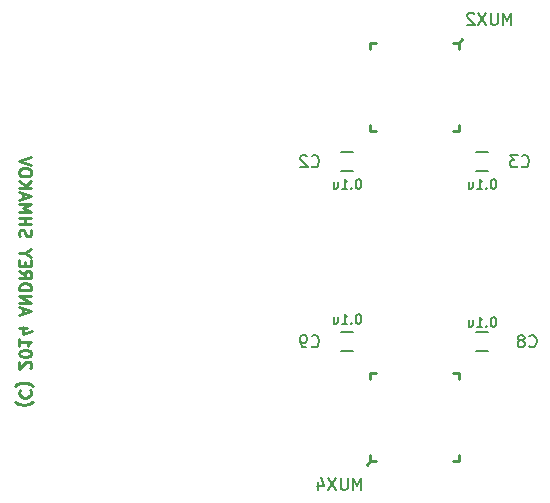
<source format=gbo>
G04 (created by PCBNEW (2013-mar-13)-testing) date Mon 31 Mar 2014 04:14:24 PM PDT*
%MOIN*%
G04 Gerber Fmt 3.4, Leading zero omitted, Abs format*
%FSLAX34Y34*%
G01*
G70*
G90*
G04 APERTURE LIST*
%ADD10C,0.001000*%
%ADD11C,0.010000*%
%ADD12C,0.005906*%
%ADD13C,0.009843*%
%ADD14C,0.008000*%
G04 APERTURE END LIST*
G54D10*
G54D11*
X71916Y-52990D02*
X71935Y-53009D01*
X71992Y-53047D01*
X72030Y-53066D01*
X72088Y-53085D01*
X72183Y-53104D01*
X72259Y-53104D01*
X72354Y-53085D01*
X72411Y-53066D01*
X72450Y-53047D01*
X72507Y-53009D01*
X72526Y-52990D01*
X72107Y-52609D02*
X72088Y-52628D01*
X72069Y-52685D01*
X72069Y-52723D01*
X72088Y-52780D01*
X72126Y-52819D01*
X72164Y-52838D01*
X72240Y-52857D01*
X72297Y-52857D01*
X72373Y-52838D01*
X72411Y-52819D01*
X72450Y-52780D01*
X72469Y-52723D01*
X72469Y-52685D01*
X72450Y-52628D01*
X72430Y-52609D01*
X71916Y-52476D02*
X71935Y-52457D01*
X71992Y-52419D01*
X72030Y-52399D01*
X72088Y-52380D01*
X72183Y-52361D01*
X72259Y-52361D01*
X72354Y-52380D01*
X72411Y-52399D01*
X72450Y-52419D01*
X72507Y-52457D01*
X72526Y-52476D01*
X72430Y-51885D02*
X72450Y-51866D01*
X72469Y-51828D01*
X72469Y-51733D01*
X72450Y-51695D01*
X72430Y-51676D01*
X72392Y-51657D01*
X72354Y-51657D01*
X72297Y-51676D01*
X72069Y-51904D01*
X72069Y-51657D01*
X72469Y-51409D02*
X72469Y-51371D01*
X72450Y-51333D01*
X72430Y-51314D01*
X72392Y-51295D01*
X72316Y-51276D01*
X72221Y-51276D01*
X72145Y-51295D01*
X72107Y-51314D01*
X72088Y-51333D01*
X72069Y-51371D01*
X72069Y-51409D01*
X72088Y-51447D01*
X72107Y-51466D01*
X72145Y-51485D01*
X72221Y-51504D01*
X72316Y-51504D01*
X72392Y-51485D01*
X72430Y-51466D01*
X72450Y-51447D01*
X72469Y-51409D01*
X72069Y-50895D02*
X72069Y-51123D01*
X72069Y-51009D02*
X72469Y-51009D01*
X72411Y-51047D01*
X72373Y-51085D01*
X72354Y-51123D01*
X72335Y-50552D02*
X72069Y-50552D01*
X72488Y-50647D02*
X72202Y-50742D01*
X72202Y-50495D01*
X72183Y-50057D02*
X72183Y-49866D01*
X72069Y-50095D02*
X72469Y-49961D01*
X72069Y-49828D01*
X72069Y-49695D02*
X72469Y-49695D01*
X72069Y-49466D01*
X72469Y-49466D01*
X72069Y-49276D02*
X72469Y-49276D01*
X72469Y-49180D01*
X72450Y-49123D01*
X72411Y-49085D01*
X72373Y-49066D01*
X72297Y-49047D01*
X72240Y-49047D01*
X72164Y-49066D01*
X72126Y-49085D01*
X72088Y-49123D01*
X72069Y-49180D01*
X72069Y-49276D01*
X72069Y-48647D02*
X72259Y-48780D01*
X72069Y-48876D02*
X72469Y-48876D01*
X72469Y-48723D01*
X72450Y-48685D01*
X72430Y-48666D01*
X72392Y-48647D01*
X72335Y-48647D01*
X72297Y-48666D01*
X72278Y-48685D01*
X72259Y-48723D01*
X72259Y-48876D01*
X72278Y-48476D02*
X72278Y-48342D01*
X72069Y-48285D02*
X72069Y-48476D01*
X72469Y-48476D01*
X72469Y-48285D01*
X72259Y-48038D02*
X72069Y-48038D01*
X72469Y-48171D02*
X72259Y-48038D01*
X72469Y-47904D01*
X72088Y-47485D02*
X72069Y-47428D01*
X72069Y-47333D01*
X72088Y-47295D01*
X72107Y-47276D01*
X72145Y-47257D01*
X72183Y-47257D01*
X72221Y-47276D01*
X72240Y-47295D01*
X72259Y-47333D01*
X72278Y-47409D01*
X72297Y-47447D01*
X72316Y-47466D01*
X72354Y-47485D01*
X72392Y-47485D01*
X72430Y-47466D01*
X72450Y-47447D01*
X72469Y-47409D01*
X72469Y-47314D01*
X72450Y-47257D01*
X72069Y-47085D02*
X72469Y-47085D01*
X72278Y-47085D02*
X72278Y-46857D01*
X72069Y-46857D02*
X72469Y-46857D01*
X72069Y-46666D02*
X72469Y-46666D01*
X72183Y-46533D01*
X72469Y-46400D01*
X72069Y-46400D01*
X72183Y-46228D02*
X72183Y-46038D01*
X72069Y-46266D02*
X72469Y-46133D01*
X72069Y-46000D01*
X72069Y-45866D02*
X72469Y-45866D01*
X72069Y-45638D02*
X72297Y-45809D01*
X72469Y-45638D02*
X72240Y-45866D01*
X72469Y-45390D02*
X72469Y-45314D01*
X72450Y-45276D01*
X72411Y-45238D01*
X72335Y-45219D01*
X72202Y-45219D01*
X72126Y-45238D01*
X72088Y-45276D01*
X72069Y-45314D01*
X72069Y-45390D01*
X72088Y-45428D01*
X72126Y-45466D01*
X72202Y-45485D01*
X72335Y-45485D01*
X72411Y-45466D01*
X72450Y-45428D01*
X72469Y-45390D01*
X72469Y-45104D02*
X72069Y-44971D01*
X72469Y-44838D01*
G54D12*
X83196Y-51314D02*
X82803Y-51314D01*
X83196Y-50685D02*
X82803Y-50685D01*
X87303Y-50685D02*
X87696Y-50685D01*
X87303Y-51314D02*
X87696Y-51314D01*
X87303Y-44685D02*
X87696Y-44685D01*
X87303Y-45314D02*
X87696Y-45314D01*
X83196Y-45314D02*
X82803Y-45314D01*
X83196Y-44685D02*
X82803Y-44685D01*
G54D13*
X83970Y-52023D02*
X83773Y-52023D01*
X83773Y-52023D02*
X83773Y-52220D01*
X86529Y-52023D02*
X86726Y-52023D01*
X86726Y-52023D02*
X86726Y-52220D01*
X83773Y-54976D02*
X83655Y-55094D01*
X83970Y-54976D02*
X83773Y-54976D01*
X83773Y-54976D02*
X83773Y-54779D01*
X86529Y-54976D02*
X86726Y-54976D01*
X86726Y-54976D02*
X86726Y-54779D01*
X86529Y-43976D02*
X86726Y-43976D01*
X86726Y-43976D02*
X86726Y-43779D01*
X83970Y-43976D02*
X83773Y-43976D01*
X83773Y-43976D02*
X83773Y-43779D01*
X86726Y-41023D02*
X86844Y-40905D01*
X86529Y-41023D02*
X86726Y-41023D01*
X86726Y-41023D02*
X86726Y-41220D01*
X83970Y-41023D02*
X83773Y-41023D01*
X83773Y-41023D02*
X83773Y-41220D01*
G54D12*
X81816Y-51142D02*
X81835Y-51161D01*
X81892Y-51180D01*
X81930Y-51180D01*
X81988Y-51161D01*
X82026Y-51123D01*
X82045Y-51085D01*
X82064Y-51009D01*
X82064Y-50952D01*
X82045Y-50876D01*
X82026Y-50838D01*
X81988Y-50800D01*
X81930Y-50780D01*
X81892Y-50780D01*
X81835Y-50800D01*
X81816Y-50819D01*
X81626Y-51180D02*
X81549Y-51180D01*
X81511Y-51161D01*
X81492Y-51142D01*
X81454Y-51085D01*
X81435Y-51009D01*
X81435Y-50857D01*
X81454Y-50819D01*
X81473Y-50800D01*
X81511Y-50780D01*
X81588Y-50780D01*
X81626Y-50800D01*
X81645Y-50819D01*
X81664Y-50857D01*
X81664Y-50952D01*
X81645Y-50990D01*
X81626Y-51009D01*
X81588Y-51028D01*
X81511Y-51028D01*
X81473Y-51009D01*
X81454Y-50990D01*
X81435Y-50952D01*
X83388Y-50074D02*
X83358Y-50074D01*
X83327Y-50090D01*
X83312Y-50105D01*
X83297Y-50135D01*
X83281Y-50196D01*
X83281Y-50272D01*
X83297Y-50333D01*
X83312Y-50364D01*
X83327Y-50379D01*
X83358Y-50394D01*
X83388Y-50394D01*
X83419Y-50379D01*
X83434Y-50364D01*
X83449Y-50333D01*
X83464Y-50272D01*
X83464Y-50196D01*
X83449Y-50135D01*
X83434Y-50105D01*
X83419Y-50090D01*
X83388Y-50074D01*
X83144Y-50364D02*
X83129Y-50379D01*
X83144Y-50394D01*
X83160Y-50379D01*
X83144Y-50364D01*
X83144Y-50394D01*
X82824Y-50394D02*
X83007Y-50394D01*
X82916Y-50394D02*
X82916Y-50074D01*
X82946Y-50120D01*
X82977Y-50150D01*
X83007Y-50166D01*
X82550Y-50181D02*
X82550Y-50394D01*
X82687Y-50181D02*
X82687Y-50349D01*
X82672Y-50379D01*
X82641Y-50394D01*
X82596Y-50394D01*
X82565Y-50379D01*
X82550Y-50364D01*
X89066Y-51142D02*
X89085Y-51161D01*
X89142Y-51180D01*
X89180Y-51180D01*
X89238Y-51161D01*
X89276Y-51123D01*
X89295Y-51085D01*
X89314Y-51009D01*
X89314Y-50952D01*
X89295Y-50876D01*
X89276Y-50838D01*
X89238Y-50800D01*
X89180Y-50780D01*
X89142Y-50780D01*
X89085Y-50800D01*
X89066Y-50819D01*
X88838Y-50952D02*
X88876Y-50933D01*
X88895Y-50914D01*
X88914Y-50876D01*
X88914Y-50857D01*
X88895Y-50819D01*
X88876Y-50800D01*
X88838Y-50780D01*
X88761Y-50780D01*
X88723Y-50800D01*
X88704Y-50819D01*
X88685Y-50857D01*
X88685Y-50876D01*
X88704Y-50914D01*
X88723Y-50933D01*
X88761Y-50952D01*
X88838Y-50952D01*
X88876Y-50971D01*
X88895Y-50990D01*
X88914Y-51028D01*
X88914Y-51104D01*
X88895Y-51142D01*
X88876Y-51161D01*
X88838Y-51180D01*
X88761Y-51180D01*
X88723Y-51161D01*
X88704Y-51142D01*
X88685Y-51104D01*
X88685Y-51028D01*
X88704Y-50990D01*
X88723Y-50971D01*
X88761Y-50952D01*
X87888Y-50174D02*
X87858Y-50174D01*
X87827Y-50190D01*
X87812Y-50205D01*
X87797Y-50235D01*
X87781Y-50296D01*
X87781Y-50372D01*
X87797Y-50433D01*
X87812Y-50464D01*
X87827Y-50479D01*
X87858Y-50494D01*
X87888Y-50494D01*
X87919Y-50479D01*
X87934Y-50464D01*
X87949Y-50433D01*
X87964Y-50372D01*
X87964Y-50296D01*
X87949Y-50235D01*
X87934Y-50205D01*
X87919Y-50190D01*
X87888Y-50174D01*
X87644Y-50464D02*
X87629Y-50479D01*
X87644Y-50494D01*
X87660Y-50479D01*
X87644Y-50464D01*
X87644Y-50494D01*
X87324Y-50494D02*
X87507Y-50494D01*
X87416Y-50494D02*
X87416Y-50174D01*
X87446Y-50220D01*
X87477Y-50250D01*
X87507Y-50266D01*
X87050Y-50281D02*
X87050Y-50494D01*
X87187Y-50281D02*
X87187Y-50449D01*
X87172Y-50479D01*
X87141Y-50494D01*
X87096Y-50494D01*
X87065Y-50479D01*
X87050Y-50464D01*
X88816Y-45142D02*
X88835Y-45161D01*
X88892Y-45180D01*
X88930Y-45180D01*
X88988Y-45161D01*
X89026Y-45123D01*
X89045Y-45085D01*
X89064Y-45009D01*
X89064Y-44952D01*
X89045Y-44876D01*
X89026Y-44838D01*
X88988Y-44800D01*
X88930Y-44780D01*
X88892Y-44780D01*
X88835Y-44800D01*
X88816Y-44819D01*
X88683Y-44780D02*
X88435Y-44780D01*
X88569Y-44933D01*
X88511Y-44933D01*
X88473Y-44952D01*
X88454Y-44971D01*
X88435Y-45009D01*
X88435Y-45104D01*
X88454Y-45142D01*
X88473Y-45161D01*
X88511Y-45180D01*
X88626Y-45180D01*
X88664Y-45161D01*
X88683Y-45142D01*
X87888Y-45574D02*
X87858Y-45574D01*
X87827Y-45590D01*
X87812Y-45605D01*
X87797Y-45635D01*
X87781Y-45696D01*
X87781Y-45772D01*
X87797Y-45833D01*
X87812Y-45864D01*
X87827Y-45879D01*
X87858Y-45894D01*
X87888Y-45894D01*
X87919Y-45879D01*
X87934Y-45864D01*
X87949Y-45833D01*
X87964Y-45772D01*
X87964Y-45696D01*
X87949Y-45635D01*
X87934Y-45605D01*
X87919Y-45590D01*
X87888Y-45574D01*
X87644Y-45864D02*
X87629Y-45879D01*
X87644Y-45894D01*
X87660Y-45879D01*
X87644Y-45864D01*
X87644Y-45894D01*
X87324Y-45894D02*
X87507Y-45894D01*
X87416Y-45894D02*
X87416Y-45574D01*
X87446Y-45620D01*
X87477Y-45650D01*
X87507Y-45666D01*
X87050Y-45681D02*
X87050Y-45894D01*
X87187Y-45681D02*
X87187Y-45849D01*
X87172Y-45879D01*
X87141Y-45894D01*
X87096Y-45894D01*
X87065Y-45879D01*
X87050Y-45864D01*
X81816Y-45142D02*
X81835Y-45161D01*
X81892Y-45180D01*
X81930Y-45180D01*
X81988Y-45161D01*
X82026Y-45123D01*
X82045Y-45085D01*
X82064Y-45009D01*
X82064Y-44952D01*
X82045Y-44876D01*
X82026Y-44838D01*
X81988Y-44800D01*
X81930Y-44780D01*
X81892Y-44780D01*
X81835Y-44800D01*
X81816Y-44819D01*
X81664Y-44819D02*
X81645Y-44800D01*
X81607Y-44780D01*
X81511Y-44780D01*
X81473Y-44800D01*
X81454Y-44819D01*
X81435Y-44857D01*
X81435Y-44895D01*
X81454Y-44952D01*
X81683Y-45180D01*
X81435Y-45180D01*
X83388Y-45574D02*
X83358Y-45574D01*
X83327Y-45590D01*
X83312Y-45605D01*
X83297Y-45635D01*
X83281Y-45696D01*
X83281Y-45772D01*
X83297Y-45833D01*
X83312Y-45864D01*
X83327Y-45879D01*
X83358Y-45894D01*
X83388Y-45894D01*
X83419Y-45879D01*
X83434Y-45864D01*
X83449Y-45833D01*
X83464Y-45772D01*
X83464Y-45696D01*
X83449Y-45635D01*
X83434Y-45605D01*
X83419Y-45590D01*
X83388Y-45574D01*
X83144Y-45864D02*
X83129Y-45879D01*
X83144Y-45894D01*
X83160Y-45879D01*
X83144Y-45864D01*
X83144Y-45894D01*
X82824Y-45894D02*
X83007Y-45894D01*
X82916Y-45894D02*
X82916Y-45574D01*
X82946Y-45620D01*
X82977Y-45650D01*
X83007Y-45666D01*
X82550Y-45681D02*
X82550Y-45894D01*
X82687Y-45681D02*
X82687Y-45849D01*
X82672Y-45879D01*
X82641Y-45894D01*
X82596Y-45894D01*
X82565Y-45879D01*
X82550Y-45864D01*
G54D14*
X83473Y-55930D02*
X83473Y-55530D01*
X83340Y-55816D01*
X83207Y-55530D01*
X83207Y-55930D01*
X83016Y-55530D02*
X83016Y-55854D01*
X82997Y-55892D01*
X82978Y-55911D01*
X82940Y-55930D01*
X82864Y-55930D01*
X82826Y-55911D01*
X82807Y-55892D01*
X82788Y-55854D01*
X82788Y-55530D01*
X82635Y-55530D02*
X82369Y-55930D01*
X82369Y-55530D02*
X82635Y-55930D01*
X82045Y-55664D02*
X82045Y-55930D01*
X82140Y-55511D02*
X82235Y-55797D01*
X81988Y-55797D01*
X88473Y-40430D02*
X88473Y-40030D01*
X88340Y-40316D01*
X88207Y-40030D01*
X88207Y-40430D01*
X88016Y-40030D02*
X88016Y-40354D01*
X87997Y-40392D01*
X87978Y-40411D01*
X87940Y-40430D01*
X87864Y-40430D01*
X87826Y-40411D01*
X87807Y-40392D01*
X87788Y-40354D01*
X87788Y-40030D01*
X87635Y-40030D02*
X87369Y-40430D01*
X87369Y-40030D02*
X87635Y-40430D01*
X87235Y-40069D02*
X87216Y-40050D01*
X87178Y-40030D01*
X87083Y-40030D01*
X87045Y-40050D01*
X87026Y-40069D01*
X87007Y-40107D01*
X87007Y-40145D01*
X87026Y-40202D01*
X87254Y-40430D01*
X87007Y-40430D01*
M02*

</source>
